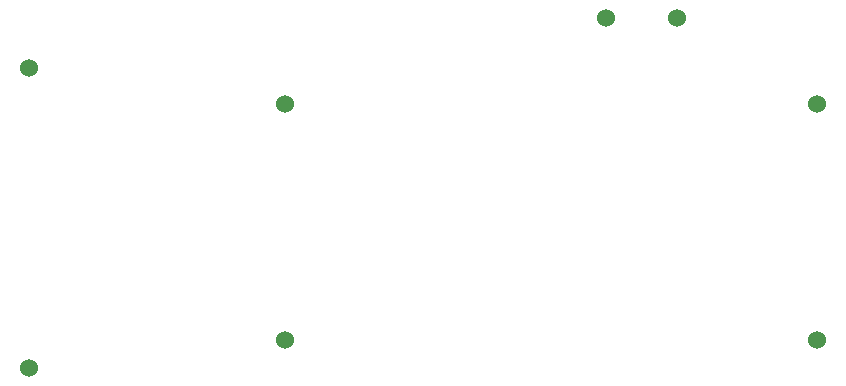
<source format=gbr>
%TF.GenerationSoftware,KiCad,Pcbnew,(6.0.7)*%
%TF.CreationDate,2022-09-05T15:17:16+08:00*%
%TF.ProjectId,6_7_3,365f375f-332e-46b6-9963-61645f706362,rev?*%
%TF.SameCoordinates,Original*%
%TF.FileFunction,Soldermask,Top*%
%TF.FilePolarity,Negative*%
%FSLAX46Y46*%
G04 Gerber Fmt 4.6, Leading zero omitted, Abs format (unit mm)*
G04 Created by KiCad (PCBNEW (6.0.7)) date 2022-09-05 15:17:16*
%MOMM*%
%LPD*%
G01*
G04 APERTURE LIST*
%ADD10C,1.524000*%
G04 APERTURE END LIST*
D10*
%TO.C,A1*%
X30149800Y-39852600D03*
X30149800Y-65252600D03*
%TD*%
%TO.C,R1*%
X51841400Y-42908200D03*
X51841400Y-62908200D03*
%TD*%
%TO.C,R2*%
X96824800Y-42908200D03*
X96824800Y-62908200D03*
%TD*%
%TO.C,U1*%
X79016600Y-35661600D03*
X85016600Y-35661600D03*
%TD*%
M02*

</source>
